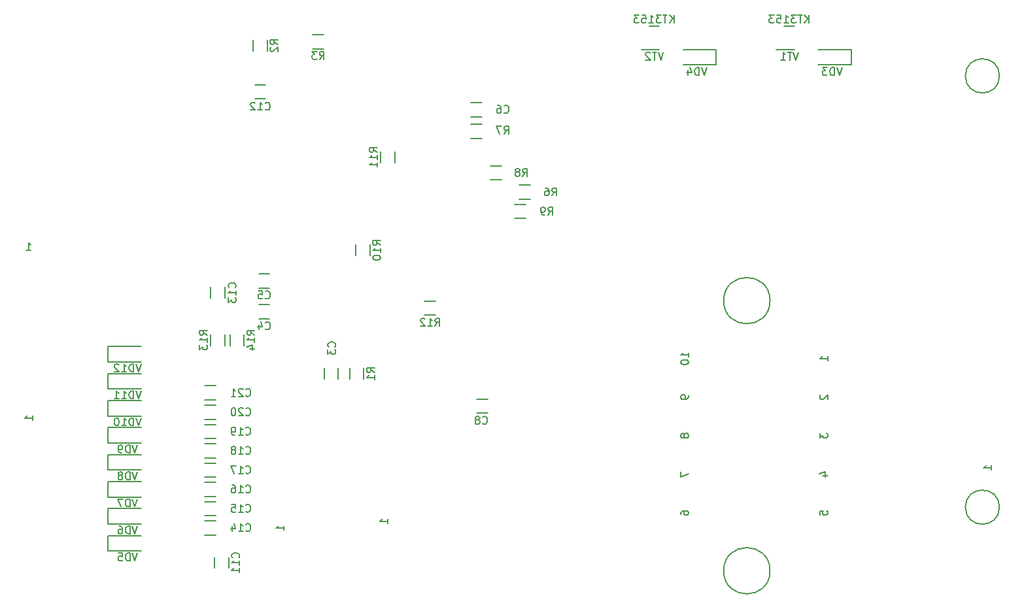
<source format=gbr>
%TF.GenerationSoftware,KiCad,Pcbnew,(6.0.6)*%
%TF.CreationDate,2022-07-28T15:05:17+07:00*%
%TF.ProjectId,_________________(__),1f3b3042-305f-43f4-903e-463541413e40,rev?*%
%TF.SameCoordinates,Original*%
%TF.FileFunction,Legend,Bot*%
%TF.FilePolarity,Positive*%
%FSLAX46Y46*%
G04 Gerber Fmt 4.6, Leading zero omitted, Abs format (unit mm)*
G04 Created by KiCad (PCBNEW (6.0.6)) date 2022-07-28 15:05:17*
%MOMM*%
%LPD*%
G01*
G04 APERTURE LIST*
%ADD10C,0.150000*%
G04 APERTURE END LIST*
D10*
X74552380Y-103285714D02*
X74552380Y-102714285D01*
X74552380Y-103000000D02*
X73552380Y-103000000D01*
X73695238Y-102904761D01*
X73790476Y-102809523D01*
X73838095Y-102714285D01*
X166152380Y-95485714D02*
X166152380Y-94914285D01*
X166152380Y-95200000D02*
X165152380Y-95200000D01*
X165295238Y-95104761D01*
X165390476Y-95009523D01*
X165438095Y-94914285D01*
%TO.C,X3*%
X42032380Y-89025714D02*
X42032380Y-88454285D01*
X42032380Y-88740000D02*
X41032380Y-88740000D01*
X41175238Y-88644761D01*
X41270476Y-88549523D01*
X41318095Y-88454285D01*
%TO.C,X2*%
X87992380Y-102405714D02*
X87992380Y-101834285D01*
X87992380Y-102120000D02*
X86992380Y-102120000D01*
X87135238Y-102024761D01*
X87230476Y-101929523D01*
X87278095Y-101834285D01*
%TO.C,T1*%
X125952380Y-95716666D02*
X125952380Y-96383333D01*
X126952380Y-95954761D01*
X126952380Y-85859523D02*
X126952380Y-86050000D01*
X126904761Y-86145238D01*
X126857142Y-86192857D01*
X126714285Y-86288095D01*
X126523809Y-86335714D01*
X126142857Y-86335714D01*
X126047619Y-86288095D01*
X126000000Y-86240476D01*
X125952380Y-86145238D01*
X125952380Y-85954761D01*
X126000000Y-85859523D01*
X126047619Y-85811904D01*
X126142857Y-85764285D01*
X126380952Y-85764285D01*
X126476190Y-85811904D01*
X126523809Y-85859523D01*
X126571428Y-85954761D01*
X126571428Y-86145238D01*
X126523809Y-86240476D01*
X126476190Y-86288095D01*
X126380952Y-86335714D01*
X144047619Y-85764285D02*
X144000000Y-85811904D01*
X143952380Y-85907142D01*
X143952380Y-86145238D01*
X144000000Y-86240476D01*
X144047619Y-86288095D01*
X144142857Y-86335714D01*
X144238095Y-86335714D01*
X144380952Y-86288095D01*
X144952380Y-85716666D01*
X144952380Y-86335714D01*
X143952380Y-101288095D02*
X143952380Y-100811904D01*
X144428571Y-100764285D01*
X144380952Y-100811904D01*
X144333333Y-100907142D01*
X144333333Y-101145238D01*
X144380952Y-101240476D01*
X144428571Y-101288095D01*
X144523809Y-101335714D01*
X144761904Y-101335714D01*
X144857142Y-101288095D01*
X144904761Y-101240476D01*
X144952380Y-101145238D01*
X144952380Y-100907142D01*
X144904761Y-100811904D01*
X144857142Y-100764285D01*
X144952380Y-81335714D02*
X144952380Y-80764285D01*
X144952380Y-81050000D02*
X143952380Y-81050000D01*
X144095238Y-80954761D01*
X144190476Y-80859523D01*
X144238095Y-80764285D01*
X125952380Y-101240476D02*
X125952380Y-101050000D01*
X126000000Y-100954761D01*
X126047619Y-100907142D01*
X126190476Y-100811904D01*
X126380952Y-100764285D01*
X126761904Y-100764285D01*
X126857142Y-100811904D01*
X126904761Y-100859523D01*
X126952380Y-100954761D01*
X126952380Y-101145238D01*
X126904761Y-101240476D01*
X126857142Y-101288095D01*
X126761904Y-101335714D01*
X126523809Y-101335714D01*
X126428571Y-101288095D01*
X126380952Y-101240476D01*
X126333333Y-101145238D01*
X126333333Y-100954761D01*
X126380952Y-100859523D01*
X126428571Y-100811904D01*
X126523809Y-100764285D01*
X126952380Y-80859523D02*
X126952380Y-80288095D01*
X126952380Y-80573809D02*
X125952380Y-80573809D01*
X126095238Y-80478571D01*
X126190476Y-80383333D01*
X126238095Y-80288095D01*
X125952380Y-81478571D02*
X125952380Y-81573809D01*
X126000000Y-81669047D01*
X126047619Y-81716666D01*
X126142857Y-81764285D01*
X126333333Y-81811904D01*
X126571428Y-81811904D01*
X126761904Y-81764285D01*
X126857142Y-81716666D01*
X126904761Y-81669047D01*
X126952380Y-81573809D01*
X126952380Y-81478571D01*
X126904761Y-81383333D01*
X126857142Y-81335714D01*
X126761904Y-81288095D01*
X126571428Y-81240476D01*
X126333333Y-81240476D01*
X126142857Y-81288095D01*
X126047619Y-81335714D01*
X126000000Y-81383333D01*
X125952380Y-81478571D01*
X144285714Y-96240476D02*
X144952380Y-96240476D01*
X143904761Y-96002380D02*
X144619047Y-95764285D01*
X144619047Y-96383333D01*
X126380952Y-90954761D02*
X126333333Y-90859523D01*
X126285714Y-90811904D01*
X126190476Y-90764285D01*
X126142857Y-90764285D01*
X126047619Y-90811904D01*
X126000000Y-90859523D01*
X125952380Y-90954761D01*
X125952380Y-91145238D01*
X126000000Y-91240476D01*
X126047619Y-91288095D01*
X126142857Y-91335714D01*
X126190476Y-91335714D01*
X126285714Y-91288095D01*
X126333333Y-91240476D01*
X126380952Y-91145238D01*
X126380952Y-90954761D01*
X126428571Y-90859523D01*
X126476190Y-90811904D01*
X126571428Y-90764285D01*
X126761904Y-90764285D01*
X126857142Y-90811904D01*
X126904761Y-90859523D01*
X126952380Y-90954761D01*
X126952380Y-91145238D01*
X126904761Y-91240476D01*
X126857142Y-91288095D01*
X126761904Y-91335714D01*
X126571428Y-91335714D01*
X126476190Y-91288095D01*
X126428571Y-91240476D01*
X126380952Y-91145238D01*
X143952380Y-90716666D02*
X143952380Y-91335714D01*
X144333333Y-91002380D01*
X144333333Y-91145238D01*
X144380952Y-91240476D01*
X144428571Y-91288095D01*
X144523809Y-91335714D01*
X144761904Y-91335714D01*
X144857142Y-91288095D01*
X144904761Y-91240476D01*
X144952380Y-91145238D01*
X144952380Y-90859523D01*
X144904761Y-90764285D01*
X144857142Y-90716666D01*
%TO.C,X4*%
X41214285Y-67032380D02*
X41785714Y-67032380D01*
X41500000Y-67032380D02*
X41500000Y-66032380D01*
X41595238Y-66175238D01*
X41690476Y-66270476D01*
X41785714Y-66318095D01*
%TO.C,C18*%
X69642857Y-93357142D02*
X69690476Y-93404761D01*
X69833333Y-93452380D01*
X69928571Y-93452380D01*
X70071428Y-93404761D01*
X70166666Y-93309523D01*
X70214285Y-93214285D01*
X70261904Y-93023809D01*
X70261904Y-92880952D01*
X70214285Y-92690476D01*
X70166666Y-92595238D01*
X70071428Y-92500000D01*
X69928571Y-92452380D01*
X69833333Y-92452380D01*
X69690476Y-92500000D01*
X69642857Y-92547619D01*
X68690476Y-93452380D02*
X69261904Y-93452380D01*
X68976190Y-93452380D02*
X68976190Y-92452380D01*
X69071428Y-92595238D01*
X69166666Y-92690476D01*
X69261904Y-92738095D01*
X68119047Y-92880952D02*
X68214285Y-92833333D01*
X68261904Y-92785714D01*
X68309523Y-92690476D01*
X68309523Y-92642857D01*
X68261904Y-92547619D01*
X68214285Y-92500000D01*
X68119047Y-92452380D01*
X67928571Y-92452380D01*
X67833333Y-92500000D01*
X67785714Y-92547619D01*
X67738095Y-92642857D01*
X67738095Y-92690476D01*
X67785714Y-92785714D01*
X67833333Y-92833333D01*
X67928571Y-92880952D01*
X68119047Y-92880952D01*
X68214285Y-92928571D01*
X68261904Y-92976190D01*
X68309523Y-93071428D01*
X68309523Y-93261904D01*
X68261904Y-93357142D01*
X68214285Y-93404761D01*
X68119047Y-93452380D01*
X67928571Y-93452380D01*
X67833333Y-93404761D01*
X67785714Y-93357142D01*
X67738095Y-93261904D01*
X67738095Y-93071428D01*
X67785714Y-92976190D01*
X67833333Y-92928571D01*
X67928571Y-92880952D01*
%TO.C,VD5*%
X55609523Y-106252380D02*
X55276190Y-107252380D01*
X54942857Y-106252380D01*
X54609523Y-107252380D02*
X54609523Y-106252380D01*
X54371428Y-106252380D01*
X54228571Y-106300000D01*
X54133333Y-106395238D01*
X54085714Y-106490476D01*
X54038095Y-106680952D01*
X54038095Y-106823809D01*
X54085714Y-107014285D01*
X54133333Y-107109523D01*
X54228571Y-107204761D01*
X54371428Y-107252380D01*
X54609523Y-107252380D01*
X53133333Y-106252380D02*
X53609523Y-106252380D01*
X53657142Y-106728571D01*
X53609523Y-106680952D01*
X53514285Y-106633333D01*
X53276190Y-106633333D01*
X53180952Y-106680952D01*
X53133333Y-106728571D01*
X53085714Y-106823809D01*
X53085714Y-107061904D01*
X53133333Y-107157142D01*
X53180952Y-107204761D01*
X53276190Y-107252380D01*
X53514285Y-107252380D01*
X53609523Y-107204761D01*
X53657142Y-107157142D01*
%TO.C,R8*%
X105466666Y-57452380D02*
X105800000Y-56976190D01*
X106038095Y-57452380D02*
X106038095Y-56452380D01*
X105657142Y-56452380D01*
X105561904Y-56500000D01*
X105514285Y-56547619D01*
X105466666Y-56642857D01*
X105466666Y-56785714D01*
X105514285Y-56880952D01*
X105561904Y-56928571D01*
X105657142Y-56976190D01*
X106038095Y-56976190D01*
X104895238Y-56880952D02*
X104990476Y-56833333D01*
X105038095Y-56785714D01*
X105085714Y-56690476D01*
X105085714Y-56642857D01*
X105038095Y-56547619D01*
X104990476Y-56500000D01*
X104895238Y-56452380D01*
X104704761Y-56452380D01*
X104609523Y-56500000D01*
X104561904Y-56547619D01*
X104514285Y-56642857D01*
X104514285Y-56690476D01*
X104561904Y-56785714D01*
X104609523Y-56833333D01*
X104704761Y-56880952D01*
X104895238Y-56880952D01*
X104990476Y-56928571D01*
X105038095Y-56976190D01*
X105085714Y-57071428D01*
X105085714Y-57261904D01*
X105038095Y-57357142D01*
X104990476Y-57404761D01*
X104895238Y-57452380D01*
X104704761Y-57452380D01*
X104609523Y-57404761D01*
X104561904Y-57357142D01*
X104514285Y-57261904D01*
X104514285Y-57071428D01*
X104561904Y-56976190D01*
X104609523Y-56928571D01*
X104704761Y-56880952D01*
%TO.C,R10*%
X87072380Y-66357142D02*
X86596190Y-66023809D01*
X87072380Y-65785714D02*
X86072380Y-65785714D01*
X86072380Y-66166666D01*
X86120000Y-66261904D01*
X86167619Y-66309523D01*
X86262857Y-66357142D01*
X86405714Y-66357142D01*
X86500952Y-66309523D01*
X86548571Y-66261904D01*
X86596190Y-66166666D01*
X86596190Y-65785714D01*
X87072380Y-67309523D02*
X87072380Y-66738095D01*
X87072380Y-67023809D02*
X86072380Y-67023809D01*
X86215238Y-66928571D01*
X86310476Y-66833333D01*
X86358095Y-66738095D01*
X86072380Y-67928571D02*
X86072380Y-68023809D01*
X86120000Y-68119047D01*
X86167619Y-68166666D01*
X86262857Y-68214285D01*
X86453333Y-68261904D01*
X86691428Y-68261904D01*
X86881904Y-68214285D01*
X86977142Y-68166666D01*
X87024761Y-68119047D01*
X87072380Y-68023809D01*
X87072380Y-67928571D01*
X87024761Y-67833333D01*
X86977142Y-67785714D01*
X86881904Y-67738095D01*
X86691428Y-67690476D01*
X86453333Y-67690476D01*
X86262857Y-67738095D01*
X86167619Y-67785714D01*
X86120000Y-67833333D01*
X86072380Y-67928571D01*
%TO.C,R2*%
X73772380Y-40333333D02*
X73296190Y-40000000D01*
X73772380Y-39761904D02*
X72772380Y-39761904D01*
X72772380Y-40142857D01*
X72820000Y-40238095D01*
X72867619Y-40285714D01*
X72962857Y-40333333D01*
X73105714Y-40333333D01*
X73200952Y-40285714D01*
X73248571Y-40238095D01*
X73296190Y-40142857D01*
X73296190Y-39761904D01*
X72867619Y-40714285D02*
X72820000Y-40761904D01*
X72772380Y-40857142D01*
X72772380Y-41095238D01*
X72820000Y-41190476D01*
X72867619Y-41238095D01*
X72962857Y-41285714D01*
X73058095Y-41285714D01*
X73200952Y-41238095D01*
X73772380Y-40666666D01*
X73772380Y-41285714D01*
%TO.C,C17*%
X69642857Y-95857142D02*
X69690476Y-95904761D01*
X69833333Y-95952380D01*
X69928571Y-95952380D01*
X70071428Y-95904761D01*
X70166666Y-95809523D01*
X70214285Y-95714285D01*
X70261904Y-95523809D01*
X70261904Y-95380952D01*
X70214285Y-95190476D01*
X70166666Y-95095238D01*
X70071428Y-95000000D01*
X69928571Y-94952380D01*
X69833333Y-94952380D01*
X69690476Y-95000000D01*
X69642857Y-95047619D01*
X68690476Y-95952380D02*
X69261904Y-95952380D01*
X68976190Y-95952380D02*
X68976190Y-94952380D01*
X69071428Y-95095238D01*
X69166666Y-95190476D01*
X69261904Y-95238095D01*
X68357142Y-94952380D02*
X67690476Y-94952380D01*
X68119047Y-95952380D01*
%TO.C,R6*%
X109266666Y-59952380D02*
X109600000Y-59476190D01*
X109838095Y-59952380D02*
X109838095Y-58952380D01*
X109457142Y-58952380D01*
X109361904Y-59000000D01*
X109314285Y-59047619D01*
X109266666Y-59142857D01*
X109266666Y-59285714D01*
X109314285Y-59380952D01*
X109361904Y-59428571D01*
X109457142Y-59476190D01*
X109838095Y-59476190D01*
X108409523Y-58952380D02*
X108600000Y-58952380D01*
X108695238Y-59000000D01*
X108742857Y-59047619D01*
X108838095Y-59190476D01*
X108885714Y-59380952D01*
X108885714Y-59761904D01*
X108838095Y-59857142D01*
X108790476Y-59904761D01*
X108695238Y-59952380D01*
X108504761Y-59952380D01*
X108409523Y-59904761D01*
X108361904Y-59857142D01*
X108314285Y-59761904D01*
X108314285Y-59523809D01*
X108361904Y-59428571D01*
X108409523Y-59380952D01*
X108504761Y-59333333D01*
X108695238Y-59333333D01*
X108790476Y-59380952D01*
X108838095Y-59428571D01*
X108885714Y-59523809D01*
%TO.C,C13*%
X68257142Y-71857142D02*
X68304761Y-71809523D01*
X68352380Y-71666666D01*
X68352380Y-71571428D01*
X68304761Y-71428571D01*
X68209523Y-71333333D01*
X68114285Y-71285714D01*
X67923809Y-71238095D01*
X67780952Y-71238095D01*
X67590476Y-71285714D01*
X67495238Y-71333333D01*
X67400000Y-71428571D01*
X67352380Y-71571428D01*
X67352380Y-71666666D01*
X67400000Y-71809523D01*
X67447619Y-71857142D01*
X68352380Y-72809523D02*
X68352380Y-72238095D01*
X68352380Y-72523809D02*
X67352380Y-72523809D01*
X67495238Y-72428571D01*
X67590476Y-72333333D01*
X67638095Y-72238095D01*
X67352380Y-73142857D02*
X67352380Y-73761904D01*
X67733333Y-73428571D01*
X67733333Y-73571428D01*
X67780952Y-73666666D01*
X67828571Y-73714285D01*
X67923809Y-73761904D01*
X68161904Y-73761904D01*
X68257142Y-73714285D01*
X68304761Y-73666666D01*
X68352380Y-73571428D01*
X68352380Y-73285714D01*
X68304761Y-73190476D01*
X68257142Y-73142857D01*
%TO.C,C8*%
X100291666Y-89457142D02*
X100339285Y-89504761D01*
X100482142Y-89552380D01*
X100577380Y-89552380D01*
X100720238Y-89504761D01*
X100815476Y-89409523D01*
X100863095Y-89314285D01*
X100910714Y-89123809D01*
X100910714Y-88980952D01*
X100863095Y-88790476D01*
X100815476Y-88695238D01*
X100720238Y-88600000D01*
X100577380Y-88552380D01*
X100482142Y-88552380D01*
X100339285Y-88600000D01*
X100291666Y-88647619D01*
X99720238Y-88980952D02*
X99815476Y-88933333D01*
X99863095Y-88885714D01*
X99910714Y-88790476D01*
X99910714Y-88742857D01*
X99863095Y-88647619D01*
X99815476Y-88600000D01*
X99720238Y-88552380D01*
X99529761Y-88552380D01*
X99434523Y-88600000D01*
X99386904Y-88647619D01*
X99339285Y-88742857D01*
X99339285Y-88790476D01*
X99386904Y-88885714D01*
X99434523Y-88933333D01*
X99529761Y-88980952D01*
X99720238Y-88980952D01*
X99815476Y-89028571D01*
X99863095Y-89076190D01*
X99910714Y-89171428D01*
X99910714Y-89361904D01*
X99863095Y-89457142D01*
X99815476Y-89504761D01*
X99720238Y-89552380D01*
X99529761Y-89552380D01*
X99434523Y-89504761D01*
X99386904Y-89457142D01*
X99339285Y-89361904D01*
X99339285Y-89171428D01*
X99386904Y-89076190D01*
X99434523Y-89028571D01*
X99529761Y-88980952D01*
%TO.C,R3*%
X79166666Y-42272380D02*
X79500000Y-41796190D01*
X79738095Y-42272380D02*
X79738095Y-41272380D01*
X79357142Y-41272380D01*
X79261904Y-41320000D01*
X79214285Y-41367619D01*
X79166666Y-41462857D01*
X79166666Y-41605714D01*
X79214285Y-41700952D01*
X79261904Y-41748571D01*
X79357142Y-41796190D01*
X79738095Y-41796190D01*
X78833333Y-41272380D02*
X78214285Y-41272380D01*
X78547619Y-41653333D01*
X78404761Y-41653333D01*
X78309523Y-41700952D01*
X78261904Y-41748571D01*
X78214285Y-41843809D01*
X78214285Y-42081904D01*
X78261904Y-42177142D01*
X78309523Y-42224761D01*
X78404761Y-42272380D01*
X78690476Y-42272380D01*
X78785714Y-42224761D01*
X78833333Y-42177142D01*
%TO.C,VD9*%
X55609523Y-92252380D02*
X55276190Y-93252380D01*
X54942857Y-92252380D01*
X54609523Y-93252380D02*
X54609523Y-92252380D01*
X54371428Y-92252380D01*
X54228571Y-92300000D01*
X54133333Y-92395238D01*
X54085714Y-92490476D01*
X54038095Y-92680952D01*
X54038095Y-92823809D01*
X54085714Y-93014285D01*
X54133333Y-93109523D01*
X54228571Y-93204761D01*
X54371428Y-93252380D01*
X54609523Y-93252380D01*
X53561904Y-93252380D02*
X53371428Y-93252380D01*
X53276190Y-93204761D01*
X53228571Y-93157142D01*
X53133333Y-93014285D01*
X53085714Y-92823809D01*
X53085714Y-92442857D01*
X53133333Y-92347619D01*
X53180952Y-92300000D01*
X53276190Y-92252380D01*
X53466666Y-92252380D01*
X53561904Y-92300000D01*
X53609523Y-92347619D01*
X53657142Y-92442857D01*
X53657142Y-92680952D01*
X53609523Y-92776190D01*
X53561904Y-92823809D01*
X53466666Y-92871428D01*
X53276190Y-92871428D01*
X53180952Y-92823809D01*
X53133333Y-92776190D01*
X53085714Y-92680952D01*
%TO.C,VT2*%
X123690476Y-41352380D02*
X123357142Y-42352380D01*
X123023809Y-41352380D01*
X122833333Y-41352380D02*
X122261904Y-41352380D01*
X122547619Y-42352380D02*
X122547619Y-41352380D01*
X121976190Y-41447619D02*
X121928571Y-41400000D01*
X121833333Y-41352380D01*
X121595238Y-41352380D01*
X121500000Y-41400000D01*
X121452380Y-41447619D01*
X121404761Y-41542857D01*
X121404761Y-41638095D01*
X121452380Y-41780952D01*
X122023809Y-42352380D01*
X121404761Y-42352380D01*
X125047619Y-37552380D02*
X125047619Y-36552380D01*
X124476190Y-37552380D02*
X124904761Y-36980952D01*
X124476190Y-36552380D02*
X125047619Y-37123809D01*
X124190476Y-36552380D02*
X123619047Y-36552380D01*
X123904761Y-37552380D02*
X123904761Y-36552380D01*
X123380952Y-36552380D02*
X122761904Y-36552380D01*
X123095238Y-36933333D01*
X122952380Y-36933333D01*
X122857142Y-36980952D01*
X122809523Y-37028571D01*
X122761904Y-37123809D01*
X122761904Y-37361904D01*
X122809523Y-37457142D01*
X122857142Y-37504761D01*
X122952380Y-37552380D01*
X123238095Y-37552380D01*
X123333333Y-37504761D01*
X123380952Y-37457142D01*
X121809523Y-37552380D02*
X122380952Y-37552380D01*
X122095238Y-37552380D02*
X122095238Y-36552380D01*
X122190476Y-36695238D01*
X122285714Y-36790476D01*
X122380952Y-36838095D01*
X120904761Y-36552380D02*
X121380952Y-36552380D01*
X121428571Y-37028571D01*
X121380952Y-36980952D01*
X121285714Y-36933333D01*
X121047619Y-36933333D01*
X120952380Y-36980952D01*
X120904761Y-37028571D01*
X120857142Y-37123809D01*
X120857142Y-37361904D01*
X120904761Y-37457142D01*
X120952380Y-37504761D01*
X121047619Y-37552380D01*
X121285714Y-37552380D01*
X121380952Y-37504761D01*
X121428571Y-37457142D01*
X120523809Y-36552380D02*
X119904761Y-36552380D01*
X120238095Y-36933333D01*
X120095238Y-36933333D01*
X120000000Y-36980952D01*
X119952380Y-37028571D01*
X119904761Y-37123809D01*
X119904761Y-37361904D01*
X119952380Y-37457142D01*
X120000000Y-37504761D01*
X120095238Y-37552380D01*
X120380952Y-37552380D01*
X120476190Y-37504761D01*
X120523809Y-37457142D01*
%TO.C,VT1*%
X141190476Y-41352380D02*
X140857142Y-42352380D01*
X140523809Y-41352380D01*
X140333333Y-41352380D02*
X139761904Y-41352380D01*
X140047619Y-42352380D02*
X140047619Y-41352380D01*
X138904761Y-42352380D02*
X139476190Y-42352380D01*
X139190476Y-42352380D02*
X139190476Y-41352380D01*
X139285714Y-41495238D01*
X139380952Y-41590476D01*
X139476190Y-41638095D01*
X142547619Y-37552380D02*
X142547619Y-36552380D01*
X141976190Y-37552380D02*
X142404761Y-36980952D01*
X141976190Y-36552380D02*
X142547619Y-37123809D01*
X141690476Y-36552380D02*
X141119047Y-36552380D01*
X141404761Y-37552380D02*
X141404761Y-36552380D01*
X140880952Y-36552380D02*
X140261904Y-36552380D01*
X140595238Y-36933333D01*
X140452380Y-36933333D01*
X140357142Y-36980952D01*
X140309523Y-37028571D01*
X140261904Y-37123809D01*
X140261904Y-37361904D01*
X140309523Y-37457142D01*
X140357142Y-37504761D01*
X140452380Y-37552380D01*
X140738095Y-37552380D01*
X140833333Y-37504761D01*
X140880952Y-37457142D01*
X139309523Y-37552380D02*
X139880952Y-37552380D01*
X139595238Y-37552380D02*
X139595238Y-36552380D01*
X139690476Y-36695238D01*
X139785714Y-36790476D01*
X139880952Y-36838095D01*
X138404761Y-36552380D02*
X138880952Y-36552380D01*
X138928571Y-37028571D01*
X138880952Y-36980952D01*
X138785714Y-36933333D01*
X138547619Y-36933333D01*
X138452380Y-36980952D01*
X138404761Y-37028571D01*
X138357142Y-37123809D01*
X138357142Y-37361904D01*
X138404761Y-37457142D01*
X138452380Y-37504761D01*
X138547619Y-37552380D01*
X138785714Y-37552380D01*
X138880952Y-37504761D01*
X138928571Y-37457142D01*
X138023809Y-36552380D02*
X137404761Y-36552380D01*
X137738095Y-36933333D01*
X137595238Y-36933333D01*
X137500000Y-36980952D01*
X137452380Y-37028571D01*
X137404761Y-37123809D01*
X137404761Y-37361904D01*
X137452380Y-37457142D01*
X137500000Y-37504761D01*
X137595238Y-37552380D01*
X137880952Y-37552380D01*
X137976190Y-37504761D01*
X138023809Y-37457142D01*
%TO.C,C19*%
X69642857Y-90857142D02*
X69690476Y-90904761D01*
X69833333Y-90952380D01*
X69928571Y-90952380D01*
X70071428Y-90904761D01*
X70166666Y-90809523D01*
X70214285Y-90714285D01*
X70261904Y-90523809D01*
X70261904Y-90380952D01*
X70214285Y-90190476D01*
X70166666Y-90095238D01*
X70071428Y-90000000D01*
X69928571Y-89952380D01*
X69833333Y-89952380D01*
X69690476Y-90000000D01*
X69642857Y-90047619D01*
X68690476Y-90952380D02*
X69261904Y-90952380D01*
X68976190Y-90952380D02*
X68976190Y-89952380D01*
X69071428Y-90095238D01*
X69166666Y-90190476D01*
X69261904Y-90238095D01*
X68214285Y-90952380D02*
X68023809Y-90952380D01*
X67928571Y-90904761D01*
X67880952Y-90857142D01*
X67785714Y-90714285D01*
X67738095Y-90523809D01*
X67738095Y-90142857D01*
X67785714Y-90047619D01*
X67833333Y-90000000D01*
X67928571Y-89952380D01*
X68119047Y-89952380D01*
X68214285Y-90000000D01*
X68261904Y-90047619D01*
X68309523Y-90142857D01*
X68309523Y-90380952D01*
X68261904Y-90476190D01*
X68214285Y-90523809D01*
X68119047Y-90571428D01*
X67928571Y-90571428D01*
X67833333Y-90523809D01*
X67785714Y-90476190D01*
X67738095Y-90380952D01*
%TO.C,VD10*%
X56085714Y-88752380D02*
X55752380Y-89752380D01*
X55419047Y-88752380D01*
X55085714Y-89752380D02*
X55085714Y-88752380D01*
X54847619Y-88752380D01*
X54704761Y-88800000D01*
X54609523Y-88895238D01*
X54561904Y-88990476D01*
X54514285Y-89180952D01*
X54514285Y-89323809D01*
X54561904Y-89514285D01*
X54609523Y-89609523D01*
X54704761Y-89704761D01*
X54847619Y-89752380D01*
X55085714Y-89752380D01*
X53561904Y-89752380D02*
X54133333Y-89752380D01*
X53847619Y-89752380D02*
X53847619Y-88752380D01*
X53942857Y-88895238D01*
X54038095Y-88990476D01*
X54133333Y-89038095D01*
X52942857Y-88752380D02*
X52847619Y-88752380D01*
X52752380Y-88800000D01*
X52704761Y-88847619D01*
X52657142Y-88942857D01*
X52609523Y-89133333D01*
X52609523Y-89371428D01*
X52657142Y-89561904D01*
X52704761Y-89657142D01*
X52752380Y-89704761D01*
X52847619Y-89752380D01*
X52942857Y-89752380D01*
X53038095Y-89704761D01*
X53085714Y-89657142D01*
X53133333Y-89561904D01*
X53180952Y-89371428D01*
X53180952Y-89133333D01*
X53133333Y-88942857D01*
X53085714Y-88847619D01*
X53038095Y-88800000D01*
X52942857Y-88752380D01*
%TO.C,R7*%
X103066666Y-51952380D02*
X103400000Y-51476190D01*
X103638095Y-51952380D02*
X103638095Y-50952380D01*
X103257142Y-50952380D01*
X103161904Y-51000000D01*
X103114285Y-51047619D01*
X103066666Y-51142857D01*
X103066666Y-51285714D01*
X103114285Y-51380952D01*
X103161904Y-51428571D01*
X103257142Y-51476190D01*
X103638095Y-51476190D01*
X102733333Y-50952380D02*
X102066666Y-50952380D01*
X102495238Y-51952380D01*
%TO.C,C11*%
X68707142Y-106857142D02*
X68754761Y-106809523D01*
X68802380Y-106666666D01*
X68802380Y-106571428D01*
X68754761Y-106428571D01*
X68659523Y-106333333D01*
X68564285Y-106285714D01*
X68373809Y-106238095D01*
X68230952Y-106238095D01*
X68040476Y-106285714D01*
X67945238Y-106333333D01*
X67850000Y-106428571D01*
X67802380Y-106571428D01*
X67802380Y-106666666D01*
X67850000Y-106809523D01*
X67897619Y-106857142D01*
X68802380Y-107809523D02*
X68802380Y-107238095D01*
X68802380Y-107523809D02*
X67802380Y-107523809D01*
X67945238Y-107428571D01*
X68040476Y-107333333D01*
X68088095Y-107238095D01*
X68802380Y-108761904D02*
X68802380Y-108190476D01*
X68802380Y-108476190D02*
X67802380Y-108476190D01*
X67945238Y-108380952D01*
X68040476Y-108285714D01*
X68088095Y-108190476D01*
%TO.C,C16*%
X69642857Y-98357142D02*
X69690476Y-98404761D01*
X69833333Y-98452380D01*
X69928571Y-98452380D01*
X70071428Y-98404761D01*
X70166666Y-98309523D01*
X70214285Y-98214285D01*
X70261904Y-98023809D01*
X70261904Y-97880952D01*
X70214285Y-97690476D01*
X70166666Y-97595238D01*
X70071428Y-97500000D01*
X69928571Y-97452380D01*
X69833333Y-97452380D01*
X69690476Y-97500000D01*
X69642857Y-97547619D01*
X68690476Y-98452380D02*
X69261904Y-98452380D01*
X68976190Y-98452380D02*
X68976190Y-97452380D01*
X69071428Y-97595238D01*
X69166666Y-97690476D01*
X69261904Y-97738095D01*
X67833333Y-97452380D02*
X68023809Y-97452380D01*
X68119047Y-97500000D01*
X68166666Y-97547619D01*
X68261904Y-97690476D01*
X68309523Y-97880952D01*
X68309523Y-98261904D01*
X68261904Y-98357142D01*
X68214285Y-98404761D01*
X68119047Y-98452380D01*
X67928571Y-98452380D01*
X67833333Y-98404761D01*
X67785714Y-98357142D01*
X67738095Y-98261904D01*
X67738095Y-98023809D01*
X67785714Y-97928571D01*
X67833333Y-97880952D01*
X67928571Y-97833333D01*
X68119047Y-97833333D01*
X68214285Y-97880952D01*
X68261904Y-97928571D01*
X68309523Y-98023809D01*
%TO.C,R14*%
X70772380Y-77994642D02*
X70296190Y-77661309D01*
X70772380Y-77423214D02*
X69772380Y-77423214D01*
X69772380Y-77804166D01*
X69820000Y-77899404D01*
X69867619Y-77947023D01*
X69962857Y-77994642D01*
X70105714Y-77994642D01*
X70200952Y-77947023D01*
X70248571Y-77899404D01*
X70296190Y-77804166D01*
X70296190Y-77423214D01*
X70772380Y-78947023D02*
X70772380Y-78375595D01*
X70772380Y-78661309D02*
X69772380Y-78661309D01*
X69915238Y-78566071D01*
X70010476Y-78470833D01*
X70058095Y-78375595D01*
X70105714Y-79804166D02*
X70772380Y-79804166D01*
X69724761Y-79566071D02*
X70439047Y-79327976D01*
X70439047Y-79947023D01*
%TO.C,VD4*%
X129309523Y-43352380D02*
X128976190Y-44352380D01*
X128642857Y-43352380D01*
X128309523Y-44352380D02*
X128309523Y-43352380D01*
X128071428Y-43352380D01*
X127928571Y-43400000D01*
X127833333Y-43495238D01*
X127785714Y-43590476D01*
X127738095Y-43780952D01*
X127738095Y-43923809D01*
X127785714Y-44114285D01*
X127833333Y-44209523D01*
X127928571Y-44304761D01*
X128071428Y-44352380D01*
X128309523Y-44352380D01*
X126880952Y-43685714D02*
X126880952Y-44352380D01*
X127119047Y-43304761D02*
X127357142Y-44019047D01*
X126738095Y-44019047D01*
%TO.C,R13*%
X64632380Y-77994642D02*
X64156190Y-77661309D01*
X64632380Y-77423214D02*
X63632380Y-77423214D01*
X63632380Y-77804166D01*
X63680000Y-77899404D01*
X63727619Y-77947023D01*
X63822857Y-77994642D01*
X63965714Y-77994642D01*
X64060952Y-77947023D01*
X64108571Y-77899404D01*
X64156190Y-77804166D01*
X64156190Y-77423214D01*
X64632380Y-78947023D02*
X64632380Y-78375595D01*
X64632380Y-78661309D02*
X63632380Y-78661309D01*
X63775238Y-78566071D01*
X63870476Y-78470833D01*
X63918095Y-78375595D01*
X63632380Y-79280357D02*
X63632380Y-79899404D01*
X64013333Y-79566071D01*
X64013333Y-79708928D01*
X64060952Y-79804166D01*
X64108571Y-79851785D01*
X64203809Y-79899404D01*
X64441904Y-79899404D01*
X64537142Y-79851785D01*
X64584761Y-79804166D01*
X64632380Y-79708928D01*
X64632380Y-79423214D01*
X64584761Y-79327976D01*
X64537142Y-79280357D01*
%TO.C,C21*%
X69642857Y-85857142D02*
X69690476Y-85904761D01*
X69833333Y-85952380D01*
X69928571Y-85952380D01*
X70071428Y-85904761D01*
X70166666Y-85809523D01*
X70214285Y-85714285D01*
X70261904Y-85523809D01*
X70261904Y-85380952D01*
X70214285Y-85190476D01*
X70166666Y-85095238D01*
X70071428Y-85000000D01*
X69928571Y-84952380D01*
X69833333Y-84952380D01*
X69690476Y-85000000D01*
X69642857Y-85047619D01*
X69261904Y-85047619D02*
X69214285Y-85000000D01*
X69119047Y-84952380D01*
X68880952Y-84952380D01*
X68785714Y-85000000D01*
X68738095Y-85047619D01*
X68690476Y-85142857D01*
X68690476Y-85238095D01*
X68738095Y-85380952D01*
X69309523Y-85952380D01*
X68690476Y-85952380D01*
X67738095Y-85952380D02*
X68309523Y-85952380D01*
X68023809Y-85952380D02*
X68023809Y-84952380D01*
X68119047Y-85095238D01*
X68214285Y-85190476D01*
X68309523Y-85238095D01*
%TO.C,C12*%
X72142857Y-48757142D02*
X72190476Y-48804761D01*
X72333333Y-48852380D01*
X72428571Y-48852380D01*
X72571428Y-48804761D01*
X72666666Y-48709523D01*
X72714285Y-48614285D01*
X72761904Y-48423809D01*
X72761904Y-48280952D01*
X72714285Y-48090476D01*
X72666666Y-47995238D01*
X72571428Y-47900000D01*
X72428571Y-47852380D01*
X72333333Y-47852380D01*
X72190476Y-47900000D01*
X72142857Y-47947619D01*
X71190476Y-48852380D02*
X71761904Y-48852380D01*
X71476190Y-48852380D02*
X71476190Y-47852380D01*
X71571428Y-47995238D01*
X71666666Y-48090476D01*
X71761904Y-48138095D01*
X70809523Y-47947619D02*
X70761904Y-47900000D01*
X70666666Y-47852380D01*
X70428571Y-47852380D01*
X70333333Y-47900000D01*
X70285714Y-47947619D01*
X70238095Y-48042857D01*
X70238095Y-48138095D01*
X70285714Y-48280952D01*
X70857142Y-48852380D01*
X70238095Y-48852380D01*
%TO.C,C5*%
X72166666Y-73207142D02*
X72214285Y-73254761D01*
X72357142Y-73302380D01*
X72452380Y-73302380D01*
X72595238Y-73254761D01*
X72690476Y-73159523D01*
X72738095Y-73064285D01*
X72785714Y-72873809D01*
X72785714Y-72730952D01*
X72738095Y-72540476D01*
X72690476Y-72445238D01*
X72595238Y-72350000D01*
X72452380Y-72302380D01*
X72357142Y-72302380D01*
X72214285Y-72350000D01*
X72166666Y-72397619D01*
X71261904Y-72302380D02*
X71738095Y-72302380D01*
X71785714Y-72778571D01*
X71738095Y-72730952D01*
X71642857Y-72683333D01*
X71404761Y-72683333D01*
X71309523Y-72730952D01*
X71261904Y-72778571D01*
X71214285Y-72873809D01*
X71214285Y-73111904D01*
X71261904Y-73207142D01*
X71309523Y-73254761D01*
X71404761Y-73302380D01*
X71642857Y-73302380D01*
X71738095Y-73254761D01*
X71785714Y-73207142D01*
%TO.C,VD3*%
X146809523Y-43352380D02*
X146476190Y-44352380D01*
X146142857Y-43352380D01*
X145809523Y-44352380D02*
X145809523Y-43352380D01*
X145571428Y-43352380D01*
X145428571Y-43400000D01*
X145333333Y-43495238D01*
X145285714Y-43590476D01*
X145238095Y-43780952D01*
X145238095Y-43923809D01*
X145285714Y-44114285D01*
X145333333Y-44209523D01*
X145428571Y-44304761D01*
X145571428Y-44352380D01*
X145809523Y-44352380D01*
X144904761Y-43352380D02*
X144285714Y-43352380D01*
X144619047Y-43733333D01*
X144476190Y-43733333D01*
X144380952Y-43780952D01*
X144333333Y-43828571D01*
X144285714Y-43923809D01*
X144285714Y-44161904D01*
X144333333Y-44257142D01*
X144380952Y-44304761D01*
X144476190Y-44352380D01*
X144761904Y-44352380D01*
X144857142Y-44304761D01*
X144904761Y-44257142D01*
%TO.C,VD8*%
X55609523Y-95752380D02*
X55276190Y-96752380D01*
X54942857Y-95752380D01*
X54609523Y-96752380D02*
X54609523Y-95752380D01*
X54371428Y-95752380D01*
X54228571Y-95800000D01*
X54133333Y-95895238D01*
X54085714Y-95990476D01*
X54038095Y-96180952D01*
X54038095Y-96323809D01*
X54085714Y-96514285D01*
X54133333Y-96609523D01*
X54228571Y-96704761D01*
X54371428Y-96752380D01*
X54609523Y-96752380D01*
X53466666Y-96180952D02*
X53561904Y-96133333D01*
X53609523Y-96085714D01*
X53657142Y-95990476D01*
X53657142Y-95942857D01*
X53609523Y-95847619D01*
X53561904Y-95800000D01*
X53466666Y-95752380D01*
X53276190Y-95752380D01*
X53180952Y-95800000D01*
X53133333Y-95847619D01*
X53085714Y-95942857D01*
X53085714Y-95990476D01*
X53133333Y-96085714D01*
X53180952Y-96133333D01*
X53276190Y-96180952D01*
X53466666Y-96180952D01*
X53561904Y-96228571D01*
X53609523Y-96276190D01*
X53657142Y-96371428D01*
X53657142Y-96561904D01*
X53609523Y-96657142D01*
X53561904Y-96704761D01*
X53466666Y-96752380D01*
X53276190Y-96752380D01*
X53180952Y-96704761D01*
X53133333Y-96657142D01*
X53085714Y-96561904D01*
X53085714Y-96371428D01*
X53133333Y-96276190D01*
X53180952Y-96228571D01*
X53276190Y-96180952D01*
%TO.C,VD6*%
X55609523Y-102752380D02*
X55276190Y-103752380D01*
X54942857Y-102752380D01*
X54609523Y-103752380D02*
X54609523Y-102752380D01*
X54371428Y-102752380D01*
X54228571Y-102800000D01*
X54133333Y-102895238D01*
X54085714Y-102990476D01*
X54038095Y-103180952D01*
X54038095Y-103323809D01*
X54085714Y-103514285D01*
X54133333Y-103609523D01*
X54228571Y-103704761D01*
X54371428Y-103752380D01*
X54609523Y-103752380D01*
X53180952Y-102752380D02*
X53371428Y-102752380D01*
X53466666Y-102800000D01*
X53514285Y-102847619D01*
X53609523Y-102990476D01*
X53657142Y-103180952D01*
X53657142Y-103561904D01*
X53609523Y-103657142D01*
X53561904Y-103704761D01*
X53466666Y-103752380D01*
X53276190Y-103752380D01*
X53180952Y-103704761D01*
X53133333Y-103657142D01*
X53085714Y-103561904D01*
X53085714Y-103323809D01*
X53133333Y-103228571D01*
X53180952Y-103180952D01*
X53276190Y-103133333D01*
X53466666Y-103133333D01*
X53561904Y-103180952D01*
X53609523Y-103228571D01*
X53657142Y-103323809D01*
%TO.C,C6*%
X103066666Y-49157142D02*
X103114285Y-49204761D01*
X103257142Y-49252380D01*
X103352380Y-49252380D01*
X103495238Y-49204761D01*
X103590476Y-49109523D01*
X103638095Y-49014285D01*
X103685714Y-48823809D01*
X103685714Y-48680952D01*
X103638095Y-48490476D01*
X103590476Y-48395238D01*
X103495238Y-48300000D01*
X103352380Y-48252380D01*
X103257142Y-48252380D01*
X103114285Y-48300000D01*
X103066666Y-48347619D01*
X102209523Y-48252380D02*
X102400000Y-48252380D01*
X102495238Y-48300000D01*
X102542857Y-48347619D01*
X102638095Y-48490476D01*
X102685714Y-48680952D01*
X102685714Y-49061904D01*
X102638095Y-49157142D01*
X102590476Y-49204761D01*
X102495238Y-49252380D01*
X102304761Y-49252380D01*
X102209523Y-49204761D01*
X102161904Y-49157142D01*
X102114285Y-49061904D01*
X102114285Y-48823809D01*
X102161904Y-48728571D01*
X102209523Y-48680952D01*
X102304761Y-48633333D01*
X102495238Y-48633333D01*
X102590476Y-48680952D01*
X102638095Y-48728571D01*
X102685714Y-48823809D01*
%TO.C,C3*%
X81157142Y-79533333D02*
X81204761Y-79485714D01*
X81252380Y-79342857D01*
X81252380Y-79247619D01*
X81204761Y-79104761D01*
X81109523Y-79009523D01*
X81014285Y-78961904D01*
X80823809Y-78914285D01*
X80680952Y-78914285D01*
X80490476Y-78961904D01*
X80395238Y-79009523D01*
X80300000Y-79104761D01*
X80252380Y-79247619D01*
X80252380Y-79342857D01*
X80300000Y-79485714D01*
X80347619Y-79533333D01*
X80252380Y-79866666D02*
X80252380Y-80485714D01*
X80633333Y-80152380D01*
X80633333Y-80295238D01*
X80680952Y-80390476D01*
X80728571Y-80438095D01*
X80823809Y-80485714D01*
X81061904Y-80485714D01*
X81157142Y-80438095D01*
X81204761Y-80390476D01*
X81252380Y-80295238D01*
X81252380Y-80009523D01*
X81204761Y-79914285D01*
X81157142Y-79866666D01*
%TO.C,C20*%
X69642857Y-88357142D02*
X69690476Y-88404761D01*
X69833333Y-88452380D01*
X69928571Y-88452380D01*
X70071428Y-88404761D01*
X70166666Y-88309523D01*
X70214285Y-88214285D01*
X70261904Y-88023809D01*
X70261904Y-87880952D01*
X70214285Y-87690476D01*
X70166666Y-87595238D01*
X70071428Y-87500000D01*
X69928571Y-87452380D01*
X69833333Y-87452380D01*
X69690476Y-87500000D01*
X69642857Y-87547619D01*
X69261904Y-87547619D02*
X69214285Y-87500000D01*
X69119047Y-87452380D01*
X68880952Y-87452380D01*
X68785714Y-87500000D01*
X68738095Y-87547619D01*
X68690476Y-87642857D01*
X68690476Y-87738095D01*
X68738095Y-87880952D01*
X69309523Y-88452380D01*
X68690476Y-88452380D01*
X68071428Y-87452380D02*
X67976190Y-87452380D01*
X67880952Y-87500000D01*
X67833333Y-87547619D01*
X67785714Y-87642857D01*
X67738095Y-87833333D01*
X67738095Y-88071428D01*
X67785714Y-88261904D01*
X67833333Y-88357142D01*
X67880952Y-88404761D01*
X67976190Y-88452380D01*
X68071428Y-88452380D01*
X68166666Y-88404761D01*
X68214285Y-88357142D01*
X68261904Y-88261904D01*
X68309523Y-88071428D01*
X68309523Y-87833333D01*
X68261904Y-87642857D01*
X68214285Y-87547619D01*
X68166666Y-87500000D01*
X68071428Y-87452380D01*
%TO.C,R12*%
X94142857Y-76852380D02*
X94476190Y-76376190D01*
X94714285Y-76852380D02*
X94714285Y-75852380D01*
X94333333Y-75852380D01*
X94238095Y-75900000D01*
X94190476Y-75947619D01*
X94142857Y-76042857D01*
X94142857Y-76185714D01*
X94190476Y-76280952D01*
X94238095Y-76328571D01*
X94333333Y-76376190D01*
X94714285Y-76376190D01*
X93190476Y-76852380D02*
X93761904Y-76852380D01*
X93476190Y-76852380D02*
X93476190Y-75852380D01*
X93571428Y-75995238D01*
X93666666Y-76090476D01*
X93761904Y-76138095D01*
X92809523Y-75947619D02*
X92761904Y-75900000D01*
X92666666Y-75852380D01*
X92428571Y-75852380D01*
X92333333Y-75900000D01*
X92285714Y-75947619D01*
X92238095Y-76042857D01*
X92238095Y-76138095D01*
X92285714Y-76280952D01*
X92857142Y-76852380D01*
X92238095Y-76852380D01*
%TO.C,R11*%
X86632380Y-54319642D02*
X86156190Y-53986309D01*
X86632380Y-53748214D02*
X85632380Y-53748214D01*
X85632380Y-54129166D01*
X85680000Y-54224404D01*
X85727619Y-54272023D01*
X85822857Y-54319642D01*
X85965714Y-54319642D01*
X86060952Y-54272023D01*
X86108571Y-54224404D01*
X86156190Y-54129166D01*
X86156190Y-53748214D01*
X86632380Y-55272023D02*
X86632380Y-54700595D01*
X86632380Y-54986309D02*
X85632380Y-54986309D01*
X85775238Y-54891071D01*
X85870476Y-54795833D01*
X85918095Y-54700595D01*
X86632380Y-56224404D02*
X86632380Y-55652976D01*
X86632380Y-55938690D02*
X85632380Y-55938690D01*
X85775238Y-55843452D01*
X85870476Y-55748214D01*
X85918095Y-55652976D01*
%TO.C,C4*%
X72166666Y-77207142D02*
X72214285Y-77254761D01*
X72357142Y-77302380D01*
X72452380Y-77302380D01*
X72595238Y-77254761D01*
X72690476Y-77159523D01*
X72738095Y-77064285D01*
X72785714Y-76873809D01*
X72785714Y-76730952D01*
X72738095Y-76540476D01*
X72690476Y-76445238D01*
X72595238Y-76350000D01*
X72452380Y-76302380D01*
X72357142Y-76302380D01*
X72214285Y-76350000D01*
X72166666Y-76397619D01*
X71309523Y-76635714D02*
X71309523Y-77302380D01*
X71547619Y-76254761D02*
X71785714Y-76969047D01*
X71166666Y-76969047D01*
%TO.C,C14*%
X69642857Y-103357142D02*
X69690476Y-103404761D01*
X69833333Y-103452380D01*
X69928571Y-103452380D01*
X70071428Y-103404761D01*
X70166666Y-103309523D01*
X70214285Y-103214285D01*
X70261904Y-103023809D01*
X70261904Y-102880952D01*
X70214285Y-102690476D01*
X70166666Y-102595238D01*
X70071428Y-102500000D01*
X69928571Y-102452380D01*
X69833333Y-102452380D01*
X69690476Y-102500000D01*
X69642857Y-102547619D01*
X68690476Y-103452380D02*
X69261904Y-103452380D01*
X68976190Y-103452380D02*
X68976190Y-102452380D01*
X69071428Y-102595238D01*
X69166666Y-102690476D01*
X69261904Y-102738095D01*
X67833333Y-102785714D02*
X67833333Y-103452380D01*
X68071428Y-102404761D02*
X68309523Y-103119047D01*
X67690476Y-103119047D01*
%TO.C,R9*%
X108766666Y-62452380D02*
X109100000Y-61976190D01*
X109338095Y-62452380D02*
X109338095Y-61452380D01*
X108957142Y-61452380D01*
X108861904Y-61500000D01*
X108814285Y-61547619D01*
X108766666Y-61642857D01*
X108766666Y-61785714D01*
X108814285Y-61880952D01*
X108861904Y-61928571D01*
X108957142Y-61976190D01*
X109338095Y-61976190D01*
X108290476Y-62452380D02*
X108100000Y-62452380D01*
X108004761Y-62404761D01*
X107957142Y-62357142D01*
X107861904Y-62214285D01*
X107814285Y-62023809D01*
X107814285Y-61642857D01*
X107861904Y-61547619D01*
X107909523Y-61500000D01*
X108004761Y-61452380D01*
X108195238Y-61452380D01*
X108290476Y-61500000D01*
X108338095Y-61547619D01*
X108385714Y-61642857D01*
X108385714Y-61880952D01*
X108338095Y-61976190D01*
X108290476Y-62023809D01*
X108195238Y-62071428D01*
X108004761Y-62071428D01*
X107909523Y-62023809D01*
X107861904Y-61976190D01*
X107814285Y-61880952D01*
%TO.C,VD12*%
X56085714Y-81752380D02*
X55752380Y-82752380D01*
X55419047Y-81752380D01*
X55085714Y-82752380D02*
X55085714Y-81752380D01*
X54847619Y-81752380D01*
X54704761Y-81800000D01*
X54609523Y-81895238D01*
X54561904Y-81990476D01*
X54514285Y-82180952D01*
X54514285Y-82323809D01*
X54561904Y-82514285D01*
X54609523Y-82609523D01*
X54704761Y-82704761D01*
X54847619Y-82752380D01*
X55085714Y-82752380D01*
X53561904Y-82752380D02*
X54133333Y-82752380D01*
X53847619Y-82752380D02*
X53847619Y-81752380D01*
X53942857Y-81895238D01*
X54038095Y-81990476D01*
X54133333Y-82038095D01*
X53180952Y-81847619D02*
X53133333Y-81800000D01*
X53038095Y-81752380D01*
X52800000Y-81752380D01*
X52704761Y-81800000D01*
X52657142Y-81847619D01*
X52609523Y-81942857D01*
X52609523Y-82038095D01*
X52657142Y-82180952D01*
X53228571Y-82752380D01*
X52609523Y-82752380D01*
%TO.C,R1*%
X86272380Y-82833333D02*
X85796190Y-82500000D01*
X86272380Y-82261904D02*
X85272380Y-82261904D01*
X85272380Y-82642857D01*
X85320000Y-82738095D01*
X85367619Y-82785714D01*
X85462857Y-82833333D01*
X85605714Y-82833333D01*
X85700952Y-82785714D01*
X85748571Y-82738095D01*
X85796190Y-82642857D01*
X85796190Y-82261904D01*
X86272380Y-83785714D02*
X86272380Y-83214285D01*
X86272380Y-83500000D02*
X85272380Y-83500000D01*
X85415238Y-83404761D01*
X85510476Y-83309523D01*
X85558095Y-83214285D01*
%TO.C,VD11*%
X56085714Y-85252380D02*
X55752380Y-86252380D01*
X55419047Y-85252380D01*
X55085714Y-86252380D02*
X55085714Y-85252380D01*
X54847619Y-85252380D01*
X54704761Y-85300000D01*
X54609523Y-85395238D01*
X54561904Y-85490476D01*
X54514285Y-85680952D01*
X54514285Y-85823809D01*
X54561904Y-86014285D01*
X54609523Y-86109523D01*
X54704761Y-86204761D01*
X54847619Y-86252380D01*
X55085714Y-86252380D01*
X53561904Y-86252380D02*
X54133333Y-86252380D01*
X53847619Y-86252380D02*
X53847619Y-85252380D01*
X53942857Y-85395238D01*
X54038095Y-85490476D01*
X54133333Y-85538095D01*
X52609523Y-86252380D02*
X53180952Y-86252380D01*
X52895238Y-86252380D02*
X52895238Y-85252380D01*
X52990476Y-85395238D01*
X53085714Y-85490476D01*
X53180952Y-85538095D01*
%TO.C,VD7*%
X55609523Y-99252380D02*
X55276190Y-100252380D01*
X54942857Y-99252380D01*
X54609523Y-100252380D02*
X54609523Y-99252380D01*
X54371428Y-99252380D01*
X54228571Y-99300000D01*
X54133333Y-99395238D01*
X54085714Y-99490476D01*
X54038095Y-99680952D01*
X54038095Y-99823809D01*
X54085714Y-100014285D01*
X54133333Y-100109523D01*
X54228571Y-100204761D01*
X54371428Y-100252380D01*
X54609523Y-100252380D01*
X53704761Y-99252380D02*
X53038095Y-99252380D01*
X53466666Y-100252380D01*
%TO.C,C15*%
X69642857Y-100857142D02*
X69690476Y-100904761D01*
X69833333Y-100952380D01*
X69928571Y-100952380D01*
X70071428Y-100904761D01*
X70166666Y-100809523D01*
X70214285Y-100714285D01*
X70261904Y-100523809D01*
X70261904Y-100380952D01*
X70214285Y-100190476D01*
X70166666Y-100095238D01*
X70071428Y-100000000D01*
X69928571Y-99952380D01*
X69833333Y-99952380D01*
X69690476Y-100000000D01*
X69642857Y-100047619D01*
X68690476Y-100952380D02*
X69261904Y-100952380D01*
X68976190Y-100952380D02*
X68976190Y-99952380D01*
X69071428Y-100095238D01*
X69166666Y-100190476D01*
X69261904Y-100238095D01*
X67785714Y-99952380D02*
X68261904Y-99952380D01*
X68309523Y-100428571D01*
X68261904Y-100380952D01*
X68166666Y-100333333D01*
X67928571Y-100333333D01*
X67833333Y-100380952D01*
X67785714Y-100428571D01*
X67738095Y-100523809D01*
X67738095Y-100761904D01*
X67785714Y-100857142D01*
X67833333Y-100904761D01*
X67928571Y-100952380D01*
X68166666Y-100952380D01*
X68261904Y-100904761D01*
X68309523Y-100857142D01*
%TO.C,X1*%
X167210000Y-100305000D02*
G75*
G03*
X167210000Y-100305000I-2210000J0D01*
G01*
X167210000Y-44425000D02*
G75*
G03*
X167210000Y-44425000I-2210000J0D01*
G01*
%TO.C,T1*%
X137500000Y-108550000D02*
G75*
G03*
X137500000Y-108550000I-3000000J0D01*
G01*
X137500000Y-73550000D02*
G75*
G03*
X137500000Y-73550000I-3000000J0D01*
G01*
%TO.C,C18*%
X64288748Y-93910000D02*
X65711252Y-93910000D01*
X64288748Y-92090000D02*
X65711252Y-92090000D01*
%TO.C,VD5*%
X51750000Y-104000000D02*
X56050000Y-104000000D01*
X51750000Y-106000000D02*
X51750000Y-104000000D01*
X56050000Y-106000000D02*
X51750000Y-106000000D01*
%TO.C,R8*%
X102727064Y-57910000D02*
X101272936Y-57910000D01*
X102727064Y-56090000D02*
X101272936Y-56090000D01*
%TO.C,R10*%
X85710000Y-67727064D02*
X85710000Y-66272936D01*
X83890000Y-67727064D02*
X83890000Y-66272936D01*
%TO.C,R2*%
X72410000Y-41227064D02*
X72410000Y-39772936D01*
X70590000Y-41227064D02*
X70590000Y-39772936D01*
%TO.C,C17*%
X64288748Y-96410000D02*
X65711252Y-96410000D01*
X64288748Y-94590000D02*
X65711252Y-94590000D01*
%TO.C,R6*%
X105010436Y-58590000D02*
X106464564Y-58590000D01*
X105010436Y-60410000D02*
X106464564Y-60410000D01*
%TO.C,C13*%
X65090000Y-73211252D02*
X65090000Y-71788748D01*
X66910000Y-73211252D02*
X66910000Y-71788748D01*
%TO.C,C8*%
X100936252Y-86290000D02*
X99513748Y-86290000D01*
X100936252Y-88110000D02*
X99513748Y-88110000D01*
%TO.C,R3*%
X78272936Y-40910000D02*
X79727064Y-40910000D01*
X78272936Y-39090000D02*
X79727064Y-39090000D01*
%TO.C,VD9*%
X56050000Y-92000000D02*
X51750000Y-92000000D01*
X51750000Y-90000000D02*
X56050000Y-90000000D01*
X51750000Y-92000000D02*
X51750000Y-90000000D01*
%TO.C,VT2*%
X122500000Y-41060000D02*
X123150000Y-41060000D01*
X122500000Y-37940000D02*
X123150000Y-37940000D01*
X122500000Y-41060000D02*
X120825000Y-41060000D01*
X122500000Y-37940000D02*
X121850000Y-37940000D01*
%TO.C,VT1*%
X140000000Y-37940000D02*
X139350000Y-37940000D01*
X140000000Y-41060000D02*
X140650000Y-41060000D01*
X140000000Y-37940000D02*
X140650000Y-37940000D01*
X140000000Y-41060000D02*
X138325000Y-41060000D01*
%TO.C,C19*%
X64288748Y-89590000D02*
X65711252Y-89590000D01*
X64288748Y-91410000D02*
X65711252Y-91410000D01*
%TO.C,VD10*%
X51750000Y-86500000D02*
X56050000Y-86500000D01*
X51750000Y-88500000D02*
X51750000Y-86500000D01*
X56050000Y-88500000D02*
X51750000Y-88500000D01*
%TO.C,R7*%
X98772936Y-50690000D02*
X100227064Y-50690000D01*
X98772936Y-52510000D02*
X100227064Y-52510000D01*
%TO.C,C11*%
X67410000Y-108211252D02*
X67410000Y-106788748D01*
X65590000Y-108211252D02*
X65590000Y-106788748D01*
%TO.C,C16*%
X64288748Y-98910000D02*
X65711252Y-98910000D01*
X64288748Y-97090000D02*
X65711252Y-97090000D01*
%TO.C,R14*%
X69410000Y-79364564D02*
X69410000Y-77910436D01*
X67590000Y-79364564D02*
X67590000Y-77910436D01*
%TO.C,VD4*%
X130550000Y-43000000D02*
X126250000Y-43000000D01*
X130550000Y-41000000D02*
X130550000Y-43000000D01*
X126250000Y-41000000D02*
X130550000Y-41000000D01*
%TO.C,R13*%
X65090000Y-77910436D02*
X65090000Y-79364564D01*
X66910000Y-77910436D02*
X66910000Y-79364564D01*
%TO.C,C21*%
X64288748Y-84590000D02*
X65711252Y-84590000D01*
X64288748Y-86410000D02*
X65711252Y-86410000D01*
%TO.C,C12*%
X72211252Y-47410000D02*
X70788748Y-47410000D01*
X72211252Y-45590000D02*
X70788748Y-45590000D01*
%TO.C,C5*%
X71288748Y-70090000D02*
X72711252Y-70090000D01*
X71288748Y-71910000D02*
X72711252Y-71910000D01*
%TO.C,VD3*%
X148050000Y-41000000D02*
X148050000Y-43000000D01*
X143750000Y-41000000D02*
X148050000Y-41000000D01*
X148050000Y-43000000D02*
X143750000Y-43000000D01*
%TO.C,VD8*%
X56050000Y-95500000D02*
X51750000Y-95500000D01*
X51750000Y-93500000D02*
X56050000Y-93500000D01*
X51750000Y-95500000D02*
X51750000Y-93500000D01*
%TO.C,VD6*%
X51750000Y-102500000D02*
X51750000Y-100500000D01*
X51750000Y-100500000D02*
X56050000Y-100500000D01*
X56050000Y-102500000D02*
X51750000Y-102500000D01*
%TO.C,C6*%
X98788748Y-47890000D02*
X100211252Y-47890000D01*
X98788748Y-49710000D02*
X100211252Y-49710000D01*
%TO.C,C3*%
X79790000Y-83711252D02*
X79790000Y-82288748D01*
X81610000Y-83711252D02*
X81610000Y-82288748D01*
%TO.C,C20*%
X64288748Y-88910000D02*
X65711252Y-88910000D01*
X64288748Y-87090000D02*
X65711252Y-87090000D01*
%TO.C,R12*%
X92772936Y-75410000D02*
X94227064Y-75410000D01*
X92772936Y-73590000D02*
X94227064Y-73590000D01*
%TO.C,R11*%
X87090000Y-54235436D02*
X87090000Y-55689564D01*
X88910000Y-54235436D02*
X88910000Y-55689564D01*
%TO.C,C4*%
X71288748Y-75910000D02*
X72711252Y-75910000D01*
X71288748Y-74090000D02*
X72711252Y-74090000D01*
%TO.C,C14*%
X64288748Y-103910000D02*
X65711252Y-103910000D01*
X64288748Y-102090000D02*
X65711252Y-102090000D01*
%TO.C,R9*%
X104435436Y-61090000D02*
X105889564Y-61090000D01*
X104435436Y-62910000D02*
X105889564Y-62910000D01*
%TO.C,VD12*%
X51750000Y-81500000D02*
X51750000Y-79500000D01*
X51750000Y-79500000D02*
X56050000Y-79500000D01*
X56050000Y-81500000D02*
X51750000Y-81500000D01*
%TO.C,R1*%
X84910000Y-83727064D02*
X84910000Y-82272936D01*
X83090000Y-83727064D02*
X83090000Y-82272936D01*
%TO.C,VD11*%
X51750000Y-83000000D02*
X56050000Y-83000000D01*
X51750000Y-85000000D02*
X51750000Y-83000000D01*
X56050000Y-85000000D02*
X51750000Y-85000000D01*
%TO.C,VD7*%
X51750000Y-97000000D02*
X56050000Y-97000000D01*
X56050000Y-99000000D02*
X51750000Y-99000000D01*
X51750000Y-99000000D02*
X51750000Y-97000000D01*
%TO.C,C15*%
X64288748Y-101410000D02*
X65711252Y-101410000D01*
X64288748Y-99590000D02*
X65711252Y-99590000D01*
%TD*%
M02*

</source>
